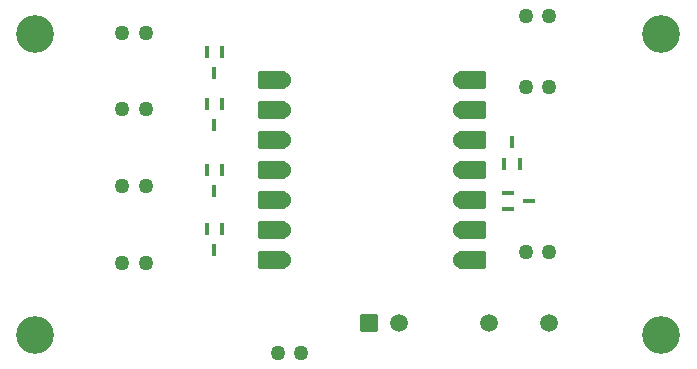
<source format=gts>
%TF.GenerationSoftware,KiCad,Pcbnew,9.0.0*%
%TF.CreationDate,2025-09-07T15:38:33-04:00*%
%TF.ProjectId,OlfactoryDisplay,4f6c6661-6374-46f7-9279-446973706c61,rev?*%
%TF.SameCoordinates,Original*%
%TF.FileFunction,Soldermask,Top*%
%TF.FilePolarity,Negative*%
%FSLAX46Y46*%
G04 Gerber Fmt 4.6, Leading zero omitted, Abs format (unit mm)*
G04 Created by KiCad (PCBNEW 9.0.0) date 2025-09-07 15:38:33*
%MOMM*%
%LPD*%
G01*
G04 APERTURE LIST*
G04 Aperture macros list*
%AMRoundRect*
0 Rectangle with rounded corners*
0 $1 Rounding radius*
0 $2 $3 $4 $5 $6 $7 $8 $9 X,Y pos of 4 corners*
0 Add a 4 corners polygon primitive as box body*
4,1,4,$2,$3,$4,$5,$6,$7,$8,$9,$2,$3,0*
0 Add four circle primitives for the rounded corners*
1,1,$1+$1,$2,$3*
1,1,$1+$1,$4,$5*
1,1,$1+$1,$6,$7*
1,1,$1+$1,$8,$9*
0 Add four rect primitives between the rounded corners*
20,1,$1+$1,$2,$3,$4,$5,0*
20,1,$1+$1,$4,$5,$6,$7,0*
20,1,$1+$1,$6,$7,$8,$9,0*
20,1,$1+$1,$8,$9,$2,$3,0*%
G04 Aperture macros list end*
%ADD10C,1.270000*%
%ADD11R,0.457200X1.117600*%
%ADD12C,3.200000*%
%ADD13R,1.117600X0.457200*%
%ADD14RoundRect,0.152400X1.063600X0.609600X-1.063600X0.609600X-1.063600X-0.609600X1.063600X-0.609600X0*%
%ADD15C,1.524000*%
%ADD16RoundRect,0.152400X-1.063600X-0.609600X1.063600X-0.609600X1.063600X0.609600X-1.063600X0.609600X0*%
%ADD17RoundRect,0.102000X-0.644000X-0.644000X0.644000X-0.644000X0.644000X0.644000X-0.644000X0.644000X0*%
%ADD18C,1.492000*%
G04 APERTURE END LIST*
D10*
%TO.C,J3*%
X84850002Y-68901700D03*
X82850001Y-68901700D03*
%TD*%
D11*
%TO.C,U2*%
X115200002Y-67000000D03*
X116500000Y-67000000D03*
X115850001Y-65196600D03*
%TD*%
D12*
%TO.C,REF\u002A\u002A*%
X75500000Y-81500000D03*
%TD*%
D10*
%TO.C,J2*%
X84850001Y-62401700D03*
X82850000Y-62401700D03*
%TD*%
D13*
%TO.C,U1*%
X115500000Y-69500000D03*
X115500000Y-70799998D03*
X117303400Y-70149999D03*
%TD*%
D14*
%TO.C,U7*%
X95545000Y-59880000D03*
D15*
X96380000Y-59880000D03*
D14*
X95545000Y-62420000D03*
D15*
X96380000Y-62420000D03*
D14*
X95545000Y-64960000D03*
D15*
X96380000Y-64960000D03*
D14*
X95545000Y-67500000D03*
D15*
X96380000Y-67500000D03*
D14*
X95545000Y-70040000D03*
D15*
X96380000Y-70040000D03*
D14*
X95545000Y-72580000D03*
D15*
X96380000Y-72580000D03*
D14*
X95545000Y-75120000D03*
D15*
X96380000Y-75120000D03*
X111620000Y-75120000D03*
D16*
X112455000Y-75120000D03*
D15*
X111620000Y-72580000D03*
D16*
X112455000Y-72580000D03*
D15*
X111620000Y-70040000D03*
D16*
X112455000Y-70040000D03*
D15*
X111620000Y-67500000D03*
D16*
X112455000Y-67500000D03*
D15*
X111620000Y-64960000D03*
D16*
X112455000Y-64960000D03*
D15*
X111620000Y-62420000D03*
D16*
X112455000Y-62420000D03*
D15*
X111620000Y-59880000D03*
D16*
X112455000Y-59880000D03*
%TD*%
D10*
%TO.C,J9*%
X119000000Y-60500000D03*
X116999999Y-60500000D03*
%TD*%
D17*
%TO.C,PS1*%
X103760000Y-80500000D03*
D18*
X106300000Y-80500000D03*
X113920000Y-80500000D03*
X119000000Y-80500000D03*
%TD*%
D10*
%TO.C,J6*%
X119000000Y-54500000D03*
X116999999Y-54500000D03*
%TD*%
D12*
%TO.C,REF\u002A\u002A*%
X128500000Y-81500000D03*
%TD*%
%TO.C,REF\u002A\u002A*%
X75500000Y-56000000D03*
%TD*%
D10*
%TO.C,J4*%
X84850001Y-75401700D03*
X82850000Y-75401700D03*
%TD*%
D11*
%TO.C,U3*%
X91299998Y-57500000D03*
X90000000Y-57500000D03*
X90649999Y-59303400D03*
%TD*%
%TO.C,U5*%
X91299998Y-67500000D03*
X90000000Y-67500000D03*
X90649999Y-69303400D03*
%TD*%
%TO.C,U4*%
X91299998Y-61901700D03*
X90000000Y-61901700D03*
X90649999Y-63705100D03*
%TD*%
D10*
%TO.C,J1*%
X84850001Y-55901700D03*
X82850000Y-55901700D03*
%TD*%
%TO.C,J7*%
X95999999Y-83000000D03*
X98000000Y-83000000D03*
%TD*%
%TO.C,J5*%
X119000001Y-74499999D03*
X117000000Y-74499999D03*
%TD*%
D12*
%TO.C,REF\u002A\u002A*%
X128500000Y-56000000D03*
%TD*%
D11*
%TO.C,U6*%
X91299998Y-72500000D03*
X90000000Y-72500000D03*
X90649999Y-74303400D03*
%TD*%
M02*

</source>
